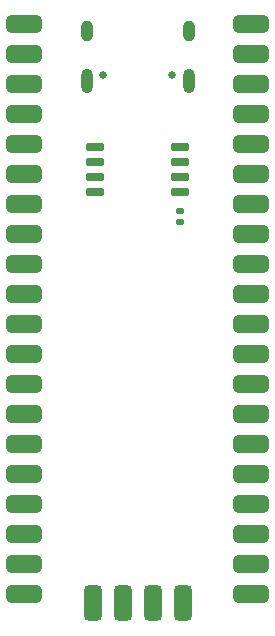
<source format=gbr>
%TF.GenerationSoftware,KiCad,Pcbnew,6.0.11-2627ca5db0~126~ubuntu20.04.1*%
%TF.CreationDate,2023-02-28T16:59:55+07:00*%
%TF.ProjectId,Bluepill-USB-C,426c7565-7069-46c6-9c2d-5553422d432e,rev?*%
%TF.SameCoordinates,Original*%
%TF.FileFunction,Soldermask,Bot*%
%TF.FilePolarity,Negative*%
%FSLAX46Y46*%
G04 Gerber Fmt 4.6, Leading zero omitted, Abs format (unit mm)*
G04 Created by KiCad (PCBNEW 6.0.11-2627ca5db0~126~ubuntu20.04.1) date 2023-02-28 16:59:55*
%MOMM*%
%LPD*%
G01*
G04 APERTURE LIST*
G04 Aperture macros list*
%AMRoundRect*
0 Rectangle with rounded corners*
0 $1 Rounding radius*
0 $2 $3 $4 $5 $6 $7 $8 $9 X,Y pos of 4 corners*
0 Add a 4 corners polygon primitive as box body*
4,1,4,$2,$3,$4,$5,$6,$7,$8,$9,$2,$3,0*
0 Add four circle primitives for the rounded corners*
1,1,$1+$1,$2,$3*
1,1,$1+$1,$4,$5*
1,1,$1+$1,$6,$7*
1,1,$1+$1,$8,$9*
0 Add four rect primitives between the rounded corners*
20,1,$1+$1,$2,$3,$4,$5,0*
20,1,$1+$1,$4,$5,$6,$7,0*
20,1,$1+$1,$6,$7,$8,$9,0*
20,1,$1+$1,$8,$9,$2,$3,0*%
G04 Aperture macros list end*
%ADD10C,1.500000*%
%ADD11RoundRect,0.375000X0.375000X-1.125000X0.375000X1.125000X-0.375000X1.125000X-0.375000X-1.125000X0*%
%ADD12RoundRect,0.375000X-1.125000X-0.375000X1.125000X-0.375000X1.125000X0.375000X-1.125000X0.375000X0*%
%ADD13C,0.650000*%
%ADD14O,1.000000X1.800000*%
%ADD15O,1.000000X2.100000*%
%ADD16RoundRect,0.375000X1.125000X0.375000X-1.125000X0.375000X-1.125000X-0.375000X1.125000X-0.375000X0*%
%ADD17RoundRect,0.140000X0.170000X-0.140000X0.170000X0.140000X-0.170000X0.140000X-0.170000X-0.140000X0*%
%ADD18RoundRect,0.150000X-0.650000X-0.150000X0.650000X-0.150000X0.650000X0.150000X-0.650000X0.150000X0*%
G04 APERTURE END LIST*
D10*
%TO.C,J2*%
X146354800Y-128524000D03*
D11*
X146354800Y-127824000D03*
X148894800Y-127824000D03*
D10*
X148894800Y-128524000D03*
X151434800Y-128524000D03*
D11*
X151434800Y-127824000D03*
D10*
X153974800Y-128524000D03*
D11*
X153974800Y-127824000D03*
%TD*%
D12*
%TO.C,J3*%
X140574800Y-78765400D03*
D10*
X139824800Y-78765400D03*
X139824800Y-81305400D03*
D12*
X140574800Y-81305400D03*
X140574800Y-83845400D03*
D10*
X139824800Y-83845400D03*
X139824800Y-86385400D03*
D12*
X140574800Y-86385400D03*
X140574800Y-88925400D03*
D10*
X139824800Y-88925400D03*
D12*
X140574800Y-91465400D03*
D10*
X139824800Y-91465400D03*
D12*
X140574800Y-94005400D03*
D10*
X139824800Y-94005400D03*
X139824800Y-96545400D03*
D12*
X140574800Y-96545400D03*
D10*
X139824800Y-99085400D03*
D12*
X140574800Y-99085400D03*
X140574800Y-101625400D03*
D10*
X139824800Y-101625400D03*
X139824800Y-104165400D03*
D12*
X140574800Y-104165400D03*
X140574800Y-106705400D03*
D10*
X139824800Y-106705400D03*
X139824800Y-109245400D03*
D12*
X140574800Y-109245400D03*
X140574800Y-111785400D03*
D10*
X139824800Y-111785400D03*
X139824800Y-114325400D03*
D12*
X140574800Y-114325400D03*
X140574800Y-116865400D03*
D10*
X139824800Y-116865400D03*
X139824800Y-119405400D03*
D12*
X140574800Y-119405400D03*
X140574800Y-121945400D03*
D10*
X139824800Y-121945400D03*
X139824800Y-124485400D03*
D12*
X140574800Y-124485400D03*
D10*
X139824800Y-127025400D03*
D12*
X140574800Y-127025400D03*
%TD*%
D13*
%TO.C,J1*%
X153054800Y-83092830D03*
X147274800Y-83092830D03*
D14*
X145844800Y-79412830D03*
D15*
X145844800Y-83612830D03*
D14*
X154484800Y-79412830D03*
D15*
X154484800Y-83612830D03*
%TD*%
D10*
%TO.C,J4*%
X160504800Y-127025400D03*
D16*
X159754800Y-127025400D03*
X159754800Y-124485400D03*
D10*
X160504800Y-124485400D03*
D16*
X159754800Y-121945400D03*
D10*
X160504800Y-121945400D03*
D16*
X159754800Y-119405400D03*
D10*
X160504800Y-119405400D03*
X160504800Y-116865400D03*
D16*
X159754800Y-116865400D03*
X159754800Y-114325400D03*
D10*
X160504800Y-114325400D03*
D16*
X159754800Y-111785400D03*
D10*
X160504800Y-111785400D03*
D16*
X159754800Y-109245400D03*
D10*
X160504800Y-109245400D03*
D16*
X159754800Y-106705400D03*
D10*
X160504800Y-106705400D03*
D16*
X159754800Y-104165400D03*
D10*
X160504800Y-104165400D03*
X160504800Y-101625400D03*
D16*
X159754800Y-101625400D03*
D10*
X160504800Y-99085400D03*
D16*
X159754800Y-99085400D03*
D10*
X160504800Y-96545400D03*
D16*
X159754800Y-96545400D03*
X159754800Y-94005400D03*
D10*
X160504800Y-94005400D03*
X160504800Y-91465400D03*
D16*
X159754800Y-91465400D03*
X159754800Y-88925400D03*
D10*
X160504800Y-88925400D03*
D16*
X159754800Y-86385400D03*
D10*
X160504800Y-86385400D03*
X160504800Y-83845400D03*
D16*
X159754800Y-83845400D03*
D10*
X160504800Y-81305400D03*
D16*
X159754800Y-81305400D03*
D10*
X160504800Y-78765400D03*
D16*
X159754800Y-78765400D03*
%TD*%
D17*
%TO.C,C8*%
X153750000Y-95580000D03*
X153750000Y-94620000D03*
%TD*%
D18*
%TO.C,U2*%
X146550000Y-93055000D03*
X146550000Y-91785000D03*
X146550000Y-90515000D03*
X146550000Y-89245000D03*
X153750000Y-89245000D03*
X153750000Y-90515000D03*
X153750000Y-91785000D03*
X153750000Y-93055000D03*
%TD*%
M02*

</source>
